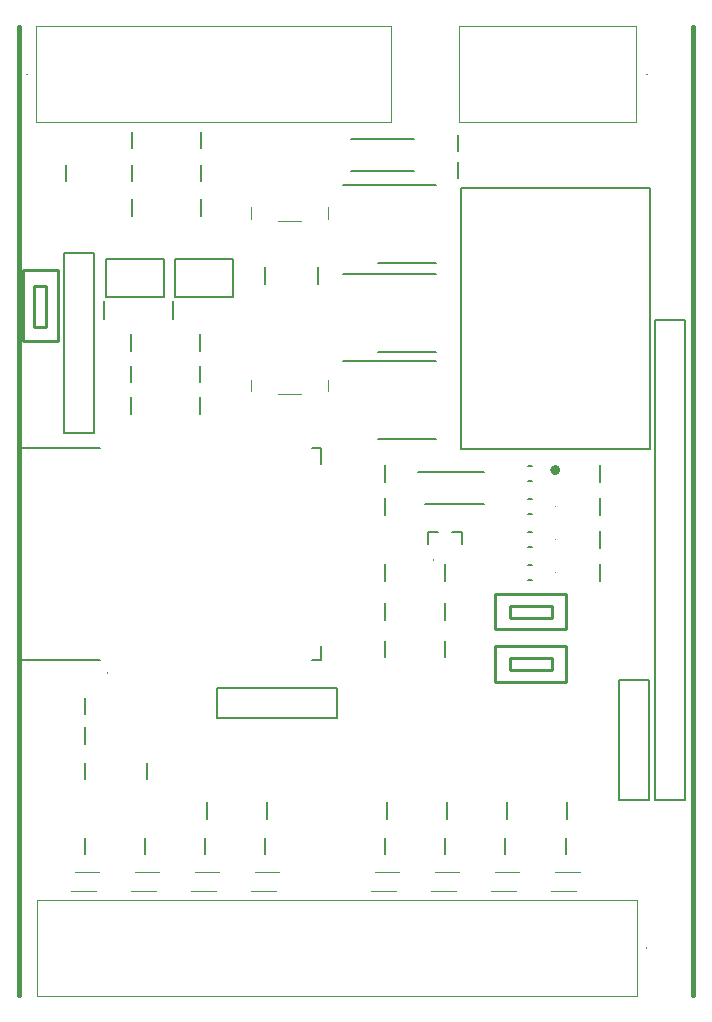
<source format=gbr>
%TF.GenerationSoftware,Altium Limited,Altium Designer,21.4.1 (30)*%
G04 Layer_Color=65535*
%FSLAX44Y44*%
%MOMM*%
%TF.SameCoordinates,EB49FF53-C53B-41EF-AC46-A12079E47AB4*%
%TF.FilePolarity,Positive*%
%TF.FileFunction,Legend,Top*%
%TF.Part,Single*%
G01*
G75*
%TA.AperFunction,NonConductor*%
%ADD26C,0.4000*%
%ADD36C,0.2540*%
%ADD45C,0.1000*%
%ADD46C,0.2000*%
%ADD47C,0.5000*%
D26*
X0Y813650D02*
X0Y813650D01*
Y-0D02*
Y820000D01*
X570000Y820000D02*
X570000Y-0D01*
D36*
X402740Y265320D02*
X462740D01*
X402740D02*
Y295320D01*
X462740D01*
Y265320D02*
Y295320D01*
X415740Y275320D02*
Y285320D01*
Y275320D02*
X450740D01*
Y285320D01*
X415740D02*
X450740D01*
X402740Y309770D02*
X462740D01*
X402740D02*
Y339770D01*
X462740D01*
Y309770D02*
Y339770D01*
X415740Y319770D02*
Y329770D01*
Y319770D02*
X450740D01*
Y329770D01*
X415740D02*
X450740D01*
X2780Y553950D02*
Y613950D01*
X32780D01*
Y553950D02*
Y613950D01*
X2780Y553950D02*
X32780D01*
X12780Y600950D02*
X22780D01*
X12780Y565950D02*
Y600950D01*
Y565950D02*
X22780D01*
Y600950D01*
D45*
X74530Y272510D02*
G03*
X74530Y273510I0J500D01*
G01*
D02*
G03*
X74530Y272510I0J-500D01*
G01*
X453490Y358140D02*
G03*
X454490Y358140I500J0D01*
G01*
D02*
G03*
X453490Y358140I-500J0D01*
G01*
X350680Y368080D02*
G03*
X350680Y369080I0J500D01*
G01*
D02*
G03*
X350680Y368080I0J-500D01*
G01*
X453490Y441960D02*
G03*
X454490Y441960I500J0D01*
G01*
D02*
G03*
X453490Y441960I-500J0D01*
G01*
Y414020D02*
G03*
X454490Y414020I500J0D01*
G01*
D02*
G03*
X453490Y414020I-500J0D01*
G01*
Y386080D02*
G03*
X454490Y386080I500J0D01*
G01*
D02*
G03*
X453490Y386080I-500J0D01*
G01*
X372390Y739280D02*
X522390D01*
X372390D02*
Y820280D01*
X522390D01*
Y739280D02*
Y820280D01*
X218600Y509500D02*
X238600D01*
X196100Y511260D02*
Y521260D01*
X261100Y511260D02*
Y521260D01*
X199280Y104100D02*
X220280D01*
X196280Y88600D02*
X217280D01*
X297880D02*
X318880D01*
X300880Y104100D02*
X321880D01*
X145480Y88600D02*
X166480D01*
X148480Y104100D02*
X169480D01*
X94680Y88600D02*
X115680D01*
X97680Y104100D02*
X118680D01*
X450520Y88600D02*
X471520D01*
X453520Y104100D02*
X474520D01*
X399480Y88600D02*
X420480D01*
X402480Y104100D02*
X423480D01*
X348680Y88600D02*
X369680D01*
X351680Y104100D02*
X372680D01*
X46880D02*
X67880D01*
X43880Y88600D02*
X64880D01*
X14370Y739280D02*
Y820280D01*
Y739280D02*
X314370D01*
Y820280D01*
X14370D02*
X314370D01*
X261100Y657310D02*
Y667310D01*
X196100Y657310D02*
Y667310D01*
X218600Y655550D02*
X238600D01*
X14790Y-710D02*
X522790D01*
X14790D02*
Y80790D01*
X522790D01*
Y-710D02*
Y80790D01*
D46*
X531390Y779780D02*
G03*
X531390Y779780I-500J0D01*
G01*
X6370D02*
G03*
X6370Y779780I-500J0D01*
G01*
X531390Y40040D02*
G03*
X531390Y40040I-500J0D01*
G01*
X280840Y697700D02*
X333840D01*
X280840Y724700D02*
X333840D01*
X255030Y283510D02*
Y295860D01*
X248030Y283510D02*
X255030D01*
X248030Y463510D02*
X255030D01*
Y449860D02*
Y463510D01*
X30D02*
X68030D01*
X30Y283510D02*
Y463510D01*
Y283510D02*
X68030D01*
X491600Y351140D02*
Y365140D01*
X430490Y364390D02*
X434490D01*
X430490Y351890D02*
X434490D01*
X508000Y266700D02*
X533400D01*
Y165100D02*
Y266700D01*
X508000Y165100D02*
Y266700D01*
Y165100D02*
X533400D01*
X55640Y238000D02*
Y252000D01*
X538480Y165100D02*
X563880D01*
Y552450D01*
Y571500D01*
X538480D02*
X563880D01*
X538480Y165100D02*
Y571500D01*
X167640Y234950D02*
Y260350D01*
X269240D01*
X167640Y234950D02*
X269240D01*
Y260350D01*
X55880Y119350D02*
Y133350D01*
X157480Y119350D02*
Y133350D01*
X208280Y119350D02*
Y133350D01*
X309880Y119350D02*
Y133350D01*
X360680Y119350D02*
Y133350D01*
X411480Y119350D02*
Y133350D01*
X209550Y149350D02*
Y163350D01*
X360680Y351140D02*
Y365140D01*
X309880Y351140D02*
Y365140D01*
Y434960D02*
Y448960D01*
Y407020D02*
Y421020D01*
X337300Y442760D02*
X393500D01*
X343100Y415760D02*
X393500D01*
X346180Y392580D02*
X354680D01*
X346180Y382080D02*
Y392580D01*
X366680D02*
X375180D01*
Y382080D02*
Y392580D01*
X373700Y683101D02*
X533700Y683390D01*
Y462700D02*
Y683390D01*
X373700Y462700D02*
X533700D01*
X373700D02*
Y683101D01*
X311150Y149350D02*
Y163350D01*
X158750Y149350D02*
Y163350D01*
X107950Y183000D02*
Y197000D01*
X106680Y119350D02*
Y133350D01*
X463790Y149350D02*
Y163350D01*
X462520Y119350D02*
Y133350D01*
X412750Y149350D02*
Y163350D01*
X361950Y149350D02*
Y163350D01*
X430490Y448210D02*
X434490D01*
X430490Y435710D02*
X434490D01*
X430490Y420270D02*
X434490D01*
X430490Y407770D02*
X434490D01*
X430490Y392330D02*
X434490D01*
X430490Y379830D02*
X434490D01*
X491600Y434960D02*
Y448960D01*
X491490Y379080D02*
Y393080D01*
X491600Y407020D02*
Y421020D01*
X360680Y286020D02*
Y300020D01*
Y317770D02*
Y331770D01*
X309880Y286020D02*
Y300020D01*
Y317770D02*
Y331770D01*
X55640Y183000D02*
Y197000D01*
X303540Y471190D02*
X353040D01*
X274040Y537190D02*
X353040D01*
X371030Y714505D02*
Y728505D01*
Y691645D02*
Y705645D01*
X303540Y544850D02*
X353040D01*
X274040Y610850D02*
X353040D01*
X303540Y619780D02*
X353040D01*
X274040Y685780D02*
X353040D01*
X208160Y602330D02*
Y616330D01*
X252730Y602600D02*
Y616600D01*
X39370Y689200D02*
Y703200D01*
X55640Y213000D02*
Y227000D01*
X130410Y572760D02*
Y588010D01*
X131710Y591510D02*
X180710D01*
Y623510D01*
X131710D02*
X180710D01*
X131710Y591510D02*
Y623510D01*
X73290Y591300D02*
Y623300D01*
X122290D01*
Y591300D02*
Y623300D01*
X73290Y591300D02*
X122290D01*
X71990Y572550D02*
Y587800D01*
X152640Y545900D02*
Y559900D01*
Y492560D02*
Y506560D01*
X153670Y689410D02*
Y703410D01*
X152770Y519230D02*
Y533230D01*
X153670Y660200D02*
Y674200D01*
X153910Y717350D02*
Y731350D01*
X94220Y545690D02*
Y559690D01*
Y492350D02*
Y506350D01*
X94350Y519020D02*
Y533020D01*
X95250Y659990D02*
Y673990D01*
X95490Y717140D02*
Y731140D01*
X95250Y689200D02*
Y703200D01*
X38100Y476250D02*
Y628650D01*
X63500Y476250D02*
Y628650D01*
X38100D02*
X63500D01*
X38100Y476250D02*
X63500D01*
D47*
X455670Y444760D02*
G03*
X455670Y444760I-1850J0D01*
G01*
%TF.MD5,6f0b95875e16c7ea9bff4fdd876362a0*%
M02*

</source>
